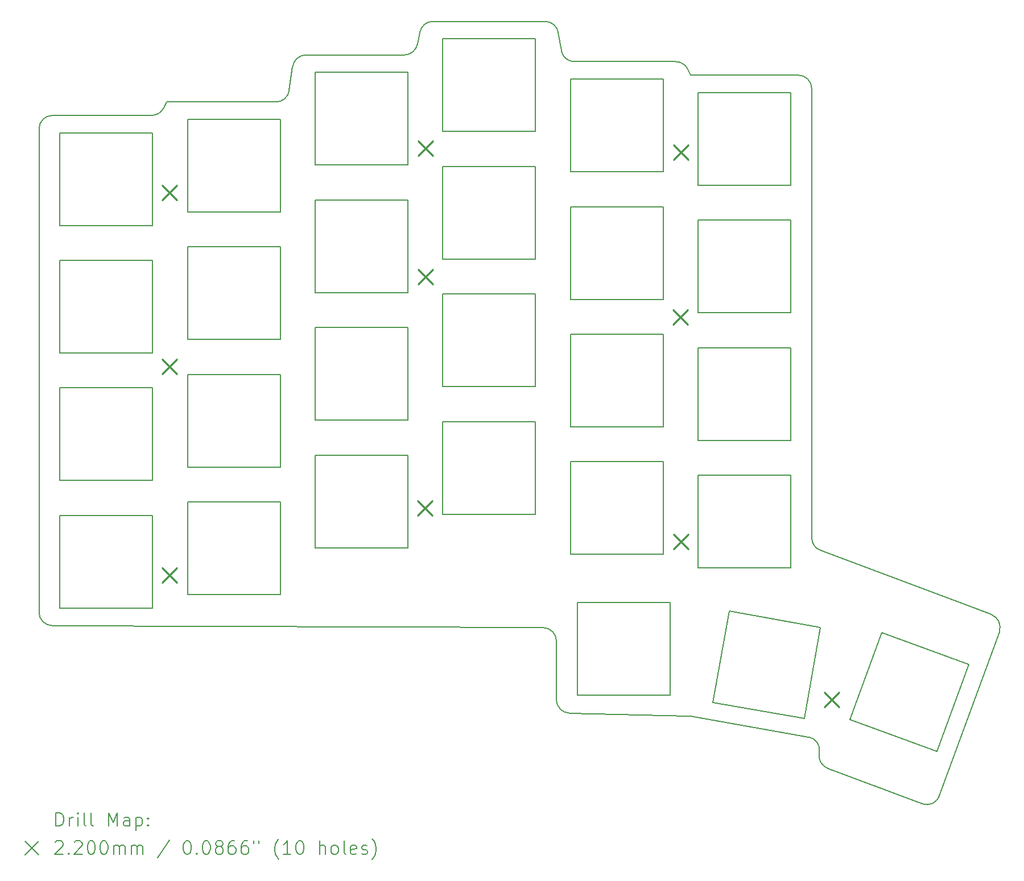
<source format=gbr>
%TF.GenerationSoftware,KiCad,Pcbnew,8.0.5-8.0.5-0~ubuntu20.04.1*%
%TF.CreationDate,2024-10-07T16:44:35+02:00*%
%TF.ProjectId,switchplate,73776974-6368-4706-9c61-74652e6b6963,v1.0.0*%
%TF.SameCoordinates,Original*%
%TF.FileFunction,Drillmap*%
%TF.FilePolarity,Positive*%
%FSLAX45Y45*%
G04 Gerber Fmt 4.5, Leading zero omitted, Abs format (unit mm)*
G04 Created by KiCad (PCBNEW 8.0.5-8.0.5-0~ubuntu20.04.1) date 2024-10-07 16:44:35*
%MOMM*%
%LPD*%
G01*
G04 APERTURE LIST*
%ADD10C,0.150000*%
%ADD11C,0.200000*%
%ADD12C,0.220000*%
G04 APERTURE END LIST*
D10*
X22402128Y-18485637D02*
X23291410Y-16042355D01*
X22143819Y-18604444D02*
X20738725Y-18076286D01*
X20612134Y-17854345D02*
X20614558Y-17840598D01*
X20452326Y-17608907D02*
X18694584Y-17298970D01*
X18664534Y-17295986D02*
X16895320Y-17254572D01*
X16700000Y-17054627D02*
X16700000Y-16180196D01*
X16500805Y-15980198D02*
X9199195Y-15950802D01*
X9000000Y-15750804D02*
X9000000Y-8550000D01*
X9200000Y-8350000D02*
X10676393Y-8350000D01*
X10855279Y-8239443D02*
X10900000Y-8150000D01*
X10900000Y-8150000D02*
X12526541Y-8150000D01*
X12724531Y-7978284D02*
X12775469Y-7621716D01*
X12973459Y-7450000D02*
X14436039Y-7450000D01*
X14632155Y-7289223D02*
X14667845Y-7110777D01*
X14863961Y-6950000D02*
X16530575Y-6950000D01*
X16727853Y-7117120D02*
X16772147Y-7382880D01*
X16969425Y-7550000D02*
X18476393Y-7550000D01*
X18655279Y-7660557D02*
X18700000Y-7750000D01*
X18700000Y-7750000D02*
X20300000Y-7750000D01*
X20500000Y-7950000D02*
X20500000Y-14641596D01*
X20629527Y-14828769D02*
X23173944Y-15786779D01*
X22402128Y-18485637D02*
G75*
G02*
X22143819Y-18604444I-187939J68404D01*
G01*
X20738725Y-18076286D02*
G75*
G02*
X20612134Y-17854345I70371J187211D01*
G01*
X20452326Y-17608907D02*
G75*
G02*
X20614558Y-17840598I-34730J-196962D01*
G01*
X18664534Y-17295986D02*
G75*
G02*
X18694584Y-17298970I-4680J-199945D01*
G01*
X16895320Y-17254572D02*
G75*
G02*
X16700000Y-17054627I4680J199945D01*
G01*
X16500805Y-15980198D02*
G75*
G02*
X16700000Y-16180196I-805J-199998D01*
G01*
X9199195Y-15950802D02*
G75*
G02*
X9000000Y-15750804I805J199998D01*
G01*
X9000000Y-8550000D02*
G75*
G02*
X9200000Y-8350000I200000J0D01*
G01*
X10855279Y-8239443D02*
G75*
G02*
X10676393Y-8350000I-178885J89443D01*
G01*
X12724531Y-7978284D02*
G75*
G02*
X12526541Y-8150000I-197990J28284D01*
G01*
X12775469Y-7621716D02*
G75*
G02*
X12973459Y-7450000I197990J-28284D01*
G01*
X14632155Y-7289223D02*
G75*
G02*
X14436039Y-7450000I-196116J39223D01*
G01*
X14667845Y-7110777D02*
G75*
G02*
X14863961Y-6950000I196116J-39223D01*
G01*
X16530575Y-6950000D02*
G75*
G02*
X16727853Y-7117120I0J-200000D01*
G01*
X16969425Y-7550000D02*
G75*
G02*
X16772147Y-7382880I0J200000D01*
G01*
X18476393Y-7550000D02*
G75*
G02*
X18655279Y-7660557I0J-200000D01*
G01*
X20300000Y-7750000D02*
G75*
G02*
X20500000Y-7950000I0J-200000D01*
G01*
X20629527Y-14828769D02*
G75*
G02*
X20500000Y-14641596I70473J187173D01*
G01*
X23173944Y-15786779D02*
G75*
G02*
X23291410Y-16042355I-70473J-187173D01*
G01*
X9310000Y-15690000D02*
X10690000Y-15690000D01*
X10690000Y-15690000D02*
X10690000Y-14310000D01*
X10690000Y-14310000D02*
X9310000Y-14310000D01*
X9310000Y-14310000D02*
X9310000Y-15690000D01*
X9310000Y-13790000D02*
X10690000Y-13790000D01*
X10690000Y-13790000D02*
X10690000Y-12410000D01*
X10690000Y-12410000D02*
X9310000Y-12410000D01*
X9310000Y-12410000D02*
X9310000Y-13790000D01*
X9310000Y-11890000D02*
X10690000Y-11890000D01*
X10690000Y-11890000D02*
X10690000Y-10510000D01*
X10690000Y-10510000D02*
X9310000Y-10510000D01*
X9310000Y-10510000D02*
X9310000Y-11890000D01*
X9310000Y-9990000D02*
X10690000Y-9990000D01*
X10690000Y-9990000D02*
X10690000Y-8610000D01*
X10690000Y-8610000D02*
X9310000Y-8610000D01*
X9310000Y-8610000D02*
X9310000Y-9990000D01*
X11210000Y-15490000D02*
X12590000Y-15490000D01*
X12590000Y-15490000D02*
X12590000Y-14110000D01*
X12590000Y-14110000D02*
X11210000Y-14110000D01*
X11210000Y-14110000D02*
X11210000Y-15490000D01*
X11210000Y-13590000D02*
X12590000Y-13590000D01*
X12590000Y-13590000D02*
X12590000Y-12210000D01*
X12590000Y-12210000D02*
X11210000Y-12210000D01*
X11210000Y-12210000D02*
X11210000Y-13590000D01*
X11210000Y-11690000D02*
X12590000Y-11690000D01*
X12590000Y-11690000D02*
X12590000Y-10310000D01*
X12590000Y-10310000D02*
X11210000Y-10310000D01*
X11210000Y-10310000D02*
X11210000Y-11690000D01*
X11210000Y-9790000D02*
X12590000Y-9790000D01*
X12590000Y-9790000D02*
X12590000Y-8410000D01*
X12590000Y-8410000D02*
X11210000Y-8410000D01*
X11210000Y-8410000D02*
X11210000Y-9790000D01*
X13110000Y-14790000D02*
X14490000Y-14790000D01*
X14490000Y-14790000D02*
X14490000Y-13410000D01*
X14490000Y-13410000D02*
X13110000Y-13410000D01*
X13110000Y-13410000D02*
X13110000Y-14790000D01*
X13110000Y-12890000D02*
X14490000Y-12890000D01*
X14490000Y-12890000D02*
X14490000Y-11510000D01*
X14490000Y-11510000D02*
X13110000Y-11510000D01*
X13110000Y-11510000D02*
X13110000Y-12890000D01*
X13110000Y-10990000D02*
X14490000Y-10990000D01*
X14490000Y-10990000D02*
X14490000Y-9610000D01*
X14490000Y-9610000D02*
X13110000Y-9610000D01*
X13110000Y-9610000D02*
X13110000Y-10990000D01*
X13110000Y-9090000D02*
X14490000Y-9090000D01*
X14490000Y-9090000D02*
X14490000Y-7710000D01*
X14490000Y-7710000D02*
X13110000Y-7710000D01*
X13110000Y-7710000D02*
X13110000Y-9090000D01*
X15010000Y-14290000D02*
X16390000Y-14290000D01*
X16390000Y-14290000D02*
X16390000Y-12910000D01*
X16390000Y-12910000D02*
X15010000Y-12910000D01*
X15010000Y-12910000D02*
X15010000Y-14290000D01*
X15010000Y-12390000D02*
X16390000Y-12390000D01*
X16390000Y-12390000D02*
X16390000Y-11010000D01*
X16390000Y-11010000D02*
X15010000Y-11010000D01*
X15010000Y-11010000D02*
X15010000Y-12390000D01*
X15010000Y-10490000D02*
X16390000Y-10490000D01*
X16390000Y-10490000D02*
X16390000Y-9110000D01*
X16390000Y-9110000D02*
X15010000Y-9110000D01*
X15010000Y-9110000D02*
X15010000Y-10490000D01*
X15010000Y-8590000D02*
X16390000Y-8590000D01*
X16390000Y-8590000D02*
X16390000Y-7210000D01*
X16390000Y-7210000D02*
X15010000Y-7210000D01*
X15010000Y-7210000D02*
X15010000Y-8590000D01*
X16910000Y-14890000D02*
X18290000Y-14890000D01*
X18290000Y-14890000D02*
X18290000Y-13510000D01*
X18290000Y-13510000D02*
X16910000Y-13510000D01*
X16910000Y-13510000D02*
X16910000Y-14890000D01*
X16910000Y-12990000D02*
X18290000Y-12990000D01*
X18290000Y-12990000D02*
X18290000Y-11610000D01*
X18290000Y-11610000D02*
X16910000Y-11610000D01*
X16910000Y-11610000D02*
X16910000Y-12990000D01*
X16910000Y-11090000D02*
X18290000Y-11090000D01*
X18290000Y-11090000D02*
X18290000Y-9710000D01*
X18290000Y-9710000D02*
X16910000Y-9710000D01*
X16910000Y-9710000D02*
X16910000Y-11090000D01*
X16910000Y-9190000D02*
X18290000Y-9190000D01*
X18290000Y-9190000D02*
X18290000Y-7810000D01*
X18290000Y-7810000D02*
X16910000Y-7810000D01*
X16910000Y-7810000D02*
X16910000Y-9190000D01*
X18810000Y-15090000D02*
X20190000Y-15090000D01*
X20190000Y-15090000D02*
X20190000Y-13710000D01*
X20190000Y-13710000D02*
X18810000Y-13710000D01*
X18810000Y-13710000D02*
X18810000Y-15090000D01*
X18810000Y-13190000D02*
X20190000Y-13190000D01*
X20190000Y-13190000D02*
X20190000Y-11810000D01*
X20190000Y-11810000D02*
X18810000Y-11810000D01*
X18810000Y-11810000D02*
X18810000Y-13190000D01*
X18810000Y-11290000D02*
X20190000Y-11290000D01*
X20190000Y-11290000D02*
X20190000Y-9910000D01*
X20190000Y-9910000D02*
X18810000Y-9910000D01*
X18810000Y-9910000D02*
X18810000Y-11290000D01*
X18810000Y-9390000D02*
X20190000Y-9390000D01*
X20190000Y-9390000D02*
X20190000Y-8010000D01*
X20190000Y-8010000D02*
X18810000Y-8010000D01*
X18810000Y-8010000D02*
X18810000Y-9390000D01*
X17010000Y-16990000D02*
X18390000Y-16990000D01*
X18390000Y-16990000D02*
X18390000Y-15610000D01*
X18390000Y-15610000D02*
X17010000Y-15610000D01*
X17010000Y-15610000D02*
X17010000Y-16990000D01*
X19030111Y-17094121D02*
X20389146Y-17333756D01*
X20389146Y-17333756D02*
X20628780Y-15974721D01*
X20628780Y-15974721D02*
X19269745Y-15735086D01*
X19269745Y-15735086D02*
X19030111Y-17094121D01*
X22365719Y-17825480D02*
X22837707Y-16528704D01*
X22837707Y-16528704D02*
X21540931Y-16056717D01*
X21540931Y-16056717D02*
X21068943Y-17353493D01*
X21068943Y-17353493D02*
X22365719Y-17825480D01*
D11*
D12*
X10835000Y-9390000D02*
X11055000Y-9610000D01*
X11055000Y-9390000D02*
X10835000Y-9610000D01*
X10835000Y-11982000D02*
X11055000Y-12202000D01*
X11055000Y-11982000D02*
X10835000Y-12202000D01*
X10835000Y-15090000D02*
X11055000Y-15310000D01*
X11055000Y-15090000D02*
X10835000Y-15310000D01*
X14635000Y-14090000D02*
X14855000Y-14310000D01*
X14855000Y-14090000D02*
X14635000Y-14310000D01*
X14645000Y-8735000D02*
X14865000Y-8955000D01*
X14865000Y-8735000D02*
X14645000Y-8955000D01*
X14645000Y-10645000D02*
X14865000Y-10865000D01*
X14865000Y-10645000D02*
X14645000Y-10865000D01*
X18435000Y-11245000D02*
X18655000Y-11465000D01*
X18655000Y-11245000D02*
X18435000Y-11465000D01*
X18445000Y-8790000D02*
X18665000Y-9010000D01*
X18665000Y-8790000D02*
X18445000Y-9010000D01*
X18445000Y-14590000D02*
X18665000Y-14810000D01*
X18665000Y-14590000D02*
X18445000Y-14810000D01*
X20691276Y-16943876D02*
X20911276Y-17163876D01*
X20911276Y-16943876D02*
X20691276Y-17163876D01*
D11*
X9253277Y-18936217D02*
X9253277Y-18736217D01*
X9253277Y-18736217D02*
X9300896Y-18736217D01*
X9300896Y-18736217D02*
X9329467Y-18745741D01*
X9329467Y-18745741D02*
X9348515Y-18764789D01*
X9348515Y-18764789D02*
X9358039Y-18783836D01*
X9358039Y-18783836D02*
X9367563Y-18821931D01*
X9367563Y-18821931D02*
X9367563Y-18850503D01*
X9367563Y-18850503D02*
X9358039Y-18888598D01*
X9358039Y-18888598D02*
X9348515Y-18907646D01*
X9348515Y-18907646D02*
X9329467Y-18926693D01*
X9329467Y-18926693D02*
X9300896Y-18936217D01*
X9300896Y-18936217D02*
X9253277Y-18936217D01*
X9453277Y-18936217D02*
X9453277Y-18802884D01*
X9453277Y-18840979D02*
X9462801Y-18821931D01*
X9462801Y-18821931D02*
X9472324Y-18812408D01*
X9472324Y-18812408D02*
X9491372Y-18802884D01*
X9491372Y-18802884D02*
X9510420Y-18802884D01*
X9577086Y-18936217D02*
X9577086Y-18802884D01*
X9577086Y-18736217D02*
X9567563Y-18745741D01*
X9567563Y-18745741D02*
X9577086Y-18755265D01*
X9577086Y-18755265D02*
X9586610Y-18745741D01*
X9586610Y-18745741D02*
X9577086Y-18736217D01*
X9577086Y-18736217D02*
X9577086Y-18755265D01*
X9700896Y-18936217D02*
X9681848Y-18926693D01*
X9681848Y-18926693D02*
X9672324Y-18907646D01*
X9672324Y-18907646D02*
X9672324Y-18736217D01*
X9805658Y-18936217D02*
X9786610Y-18926693D01*
X9786610Y-18926693D02*
X9777086Y-18907646D01*
X9777086Y-18907646D02*
X9777086Y-18736217D01*
X10034229Y-18936217D02*
X10034229Y-18736217D01*
X10034229Y-18736217D02*
X10100896Y-18879074D01*
X10100896Y-18879074D02*
X10167563Y-18736217D01*
X10167563Y-18736217D02*
X10167563Y-18936217D01*
X10348515Y-18936217D02*
X10348515Y-18831455D01*
X10348515Y-18831455D02*
X10338991Y-18812408D01*
X10338991Y-18812408D02*
X10319944Y-18802884D01*
X10319944Y-18802884D02*
X10281848Y-18802884D01*
X10281848Y-18802884D02*
X10262801Y-18812408D01*
X10348515Y-18926693D02*
X10329467Y-18936217D01*
X10329467Y-18936217D02*
X10281848Y-18936217D01*
X10281848Y-18936217D02*
X10262801Y-18926693D01*
X10262801Y-18926693D02*
X10253277Y-18907646D01*
X10253277Y-18907646D02*
X10253277Y-18888598D01*
X10253277Y-18888598D02*
X10262801Y-18869550D01*
X10262801Y-18869550D02*
X10281848Y-18860027D01*
X10281848Y-18860027D02*
X10329467Y-18860027D01*
X10329467Y-18860027D02*
X10348515Y-18850503D01*
X10443753Y-18802884D02*
X10443753Y-19002884D01*
X10443753Y-18812408D02*
X10462801Y-18802884D01*
X10462801Y-18802884D02*
X10500896Y-18802884D01*
X10500896Y-18802884D02*
X10519944Y-18812408D01*
X10519944Y-18812408D02*
X10529467Y-18821931D01*
X10529467Y-18821931D02*
X10538991Y-18840979D01*
X10538991Y-18840979D02*
X10538991Y-18898122D01*
X10538991Y-18898122D02*
X10529467Y-18917169D01*
X10529467Y-18917169D02*
X10519944Y-18926693D01*
X10519944Y-18926693D02*
X10500896Y-18936217D01*
X10500896Y-18936217D02*
X10462801Y-18936217D01*
X10462801Y-18936217D02*
X10443753Y-18926693D01*
X10624705Y-18917169D02*
X10634229Y-18926693D01*
X10634229Y-18926693D02*
X10624705Y-18936217D01*
X10624705Y-18936217D02*
X10615182Y-18926693D01*
X10615182Y-18926693D02*
X10624705Y-18917169D01*
X10624705Y-18917169D02*
X10624705Y-18936217D01*
X10624705Y-18812408D02*
X10634229Y-18821931D01*
X10634229Y-18821931D02*
X10624705Y-18831455D01*
X10624705Y-18831455D02*
X10615182Y-18821931D01*
X10615182Y-18821931D02*
X10624705Y-18812408D01*
X10624705Y-18812408D02*
X10624705Y-18831455D01*
X8792500Y-19164733D02*
X8992500Y-19364733D01*
X8992500Y-19164733D02*
X8792500Y-19364733D01*
X9243753Y-19175265D02*
X9253277Y-19165741D01*
X9253277Y-19165741D02*
X9272324Y-19156217D01*
X9272324Y-19156217D02*
X9319944Y-19156217D01*
X9319944Y-19156217D02*
X9338991Y-19165741D01*
X9338991Y-19165741D02*
X9348515Y-19175265D01*
X9348515Y-19175265D02*
X9358039Y-19194312D01*
X9358039Y-19194312D02*
X9358039Y-19213360D01*
X9358039Y-19213360D02*
X9348515Y-19241931D01*
X9348515Y-19241931D02*
X9234229Y-19356217D01*
X9234229Y-19356217D02*
X9358039Y-19356217D01*
X9443753Y-19337169D02*
X9453277Y-19346693D01*
X9453277Y-19346693D02*
X9443753Y-19356217D01*
X9443753Y-19356217D02*
X9434229Y-19346693D01*
X9434229Y-19346693D02*
X9443753Y-19337169D01*
X9443753Y-19337169D02*
X9443753Y-19356217D01*
X9529467Y-19175265D02*
X9538991Y-19165741D01*
X9538991Y-19165741D02*
X9558039Y-19156217D01*
X9558039Y-19156217D02*
X9605658Y-19156217D01*
X9605658Y-19156217D02*
X9624705Y-19165741D01*
X9624705Y-19165741D02*
X9634229Y-19175265D01*
X9634229Y-19175265D02*
X9643753Y-19194312D01*
X9643753Y-19194312D02*
X9643753Y-19213360D01*
X9643753Y-19213360D02*
X9634229Y-19241931D01*
X9634229Y-19241931D02*
X9519944Y-19356217D01*
X9519944Y-19356217D02*
X9643753Y-19356217D01*
X9767563Y-19156217D02*
X9786610Y-19156217D01*
X9786610Y-19156217D02*
X9805658Y-19165741D01*
X9805658Y-19165741D02*
X9815182Y-19175265D01*
X9815182Y-19175265D02*
X9824705Y-19194312D01*
X9824705Y-19194312D02*
X9834229Y-19232408D01*
X9834229Y-19232408D02*
X9834229Y-19280027D01*
X9834229Y-19280027D02*
X9824705Y-19318122D01*
X9824705Y-19318122D02*
X9815182Y-19337169D01*
X9815182Y-19337169D02*
X9805658Y-19346693D01*
X9805658Y-19346693D02*
X9786610Y-19356217D01*
X9786610Y-19356217D02*
X9767563Y-19356217D01*
X9767563Y-19356217D02*
X9748515Y-19346693D01*
X9748515Y-19346693D02*
X9738991Y-19337169D01*
X9738991Y-19337169D02*
X9729467Y-19318122D01*
X9729467Y-19318122D02*
X9719944Y-19280027D01*
X9719944Y-19280027D02*
X9719944Y-19232408D01*
X9719944Y-19232408D02*
X9729467Y-19194312D01*
X9729467Y-19194312D02*
X9738991Y-19175265D01*
X9738991Y-19175265D02*
X9748515Y-19165741D01*
X9748515Y-19165741D02*
X9767563Y-19156217D01*
X9958039Y-19156217D02*
X9977086Y-19156217D01*
X9977086Y-19156217D02*
X9996134Y-19165741D01*
X9996134Y-19165741D02*
X10005658Y-19175265D01*
X10005658Y-19175265D02*
X10015182Y-19194312D01*
X10015182Y-19194312D02*
X10024705Y-19232408D01*
X10024705Y-19232408D02*
X10024705Y-19280027D01*
X10024705Y-19280027D02*
X10015182Y-19318122D01*
X10015182Y-19318122D02*
X10005658Y-19337169D01*
X10005658Y-19337169D02*
X9996134Y-19346693D01*
X9996134Y-19346693D02*
X9977086Y-19356217D01*
X9977086Y-19356217D02*
X9958039Y-19356217D01*
X9958039Y-19356217D02*
X9938991Y-19346693D01*
X9938991Y-19346693D02*
X9929467Y-19337169D01*
X9929467Y-19337169D02*
X9919944Y-19318122D01*
X9919944Y-19318122D02*
X9910420Y-19280027D01*
X9910420Y-19280027D02*
X9910420Y-19232408D01*
X9910420Y-19232408D02*
X9919944Y-19194312D01*
X9919944Y-19194312D02*
X9929467Y-19175265D01*
X9929467Y-19175265D02*
X9938991Y-19165741D01*
X9938991Y-19165741D02*
X9958039Y-19156217D01*
X10110420Y-19356217D02*
X10110420Y-19222884D01*
X10110420Y-19241931D02*
X10119944Y-19232408D01*
X10119944Y-19232408D02*
X10138991Y-19222884D01*
X10138991Y-19222884D02*
X10167563Y-19222884D01*
X10167563Y-19222884D02*
X10186610Y-19232408D01*
X10186610Y-19232408D02*
X10196134Y-19251455D01*
X10196134Y-19251455D02*
X10196134Y-19356217D01*
X10196134Y-19251455D02*
X10205658Y-19232408D01*
X10205658Y-19232408D02*
X10224705Y-19222884D01*
X10224705Y-19222884D02*
X10253277Y-19222884D01*
X10253277Y-19222884D02*
X10272325Y-19232408D01*
X10272325Y-19232408D02*
X10281848Y-19251455D01*
X10281848Y-19251455D02*
X10281848Y-19356217D01*
X10377086Y-19356217D02*
X10377086Y-19222884D01*
X10377086Y-19241931D02*
X10386610Y-19232408D01*
X10386610Y-19232408D02*
X10405658Y-19222884D01*
X10405658Y-19222884D02*
X10434229Y-19222884D01*
X10434229Y-19222884D02*
X10453277Y-19232408D01*
X10453277Y-19232408D02*
X10462801Y-19251455D01*
X10462801Y-19251455D02*
X10462801Y-19356217D01*
X10462801Y-19251455D02*
X10472325Y-19232408D01*
X10472325Y-19232408D02*
X10491372Y-19222884D01*
X10491372Y-19222884D02*
X10519944Y-19222884D01*
X10519944Y-19222884D02*
X10538991Y-19232408D01*
X10538991Y-19232408D02*
X10548515Y-19251455D01*
X10548515Y-19251455D02*
X10548515Y-19356217D01*
X10938991Y-19146693D02*
X10767563Y-19403836D01*
X11196134Y-19156217D02*
X11215182Y-19156217D01*
X11215182Y-19156217D02*
X11234229Y-19165741D01*
X11234229Y-19165741D02*
X11243753Y-19175265D01*
X11243753Y-19175265D02*
X11253277Y-19194312D01*
X11253277Y-19194312D02*
X11262801Y-19232408D01*
X11262801Y-19232408D02*
X11262801Y-19280027D01*
X11262801Y-19280027D02*
X11253277Y-19318122D01*
X11253277Y-19318122D02*
X11243753Y-19337169D01*
X11243753Y-19337169D02*
X11234229Y-19346693D01*
X11234229Y-19346693D02*
X11215182Y-19356217D01*
X11215182Y-19356217D02*
X11196134Y-19356217D01*
X11196134Y-19356217D02*
X11177087Y-19346693D01*
X11177087Y-19346693D02*
X11167563Y-19337169D01*
X11167563Y-19337169D02*
X11158039Y-19318122D01*
X11158039Y-19318122D02*
X11148515Y-19280027D01*
X11148515Y-19280027D02*
X11148515Y-19232408D01*
X11148515Y-19232408D02*
X11158039Y-19194312D01*
X11158039Y-19194312D02*
X11167563Y-19175265D01*
X11167563Y-19175265D02*
X11177087Y-19165741D01*
X11177087Y-19165741D02*
X11196134Y-19156217D01*
X11348515Y-19337169D02*
X11358039Y-19346693D01*
X11358039Y-19346693D02*
X11348515Y-19356217D01*
X11348515Y-19356217D02*
X11338991Y-19346693D01*
X11338991Y-19346693D02*
X11348515Y-19337169D01*
X11348515Y-19337169D02*
X11348515Y-19356217D01*
X11481848Y-19156217D02*
X11500896Y-19156217D01*
X11500896Y-19156217D02*
X11519944Y-19165741D01*
X11519944Y-19165741D02*
X11529467Y-19175265D01*
X11529467Y-19175265D02*
X11538991Y-19194312D01*
X11538991Y-19194312D02*
X11548515Y-19232408D01*
X11548515Y-19232408D02*
X11548515Y-19280027D01*
X11548515Y-19280027D02*
X11538991Y-19318122D01*
X11538991Y-19318122D02*
X11529467Y-19337169D01*
X11529467Y-19337169D02*
X11519944Y-19346693D01*
X11519944Y-19346693D02*
X11500896Y-19356217D01*
X11500896Y-19356217D02*
X11481848Y-19356217D01*
X11481848Y-19356217D02*
X11462801Y-19346693D01*
X11462801Y-19346693D02*
X11453277Y-19337169D01*
X11453277Y-19337169D02*
X11443753Y-19318122D01*
X11443753Y-19318122D02*
X11434229Y-19280027D01*
X11434229Y-19280027D02*
X11434229Y-19232408D01*
X11434229Y-19232408D02*
X11443753Y-19194312D01*
X11443753Y-19194312D02*
X11453277Y-19175265D01*
X11453277Y-19175265D02*
X11462801Y-19165741D01*
X11462801Y-19165741D02*
X11481848Y-19156217D01*
X11662801Y-19241931D02*
X11643753Y-19232408D01*
X11643753Y-19232408D02*
X11634229Y-19222884D01*
X11634229Y-19222884D02*
X11624706Y-19203836D01*
X11624706Y-19203836D02*
X11624706Y-19194312D01*
X11624706Y-19194312D02*
X11634229Y-19175265D01*
X11634229Y-19175265D02*
X11643753Y-19165741D01*
X11643753Y-19165741D02*
X11662801Y-19156217D01*
X11662801Y-19156217D02*
X11700896Y-19156217D01*
X11700896Y-19156217D02*
X11719944Y-19165741D01*
X11719944Y-19165741D02*
X11729467Y-19175265D01*
X11729467Y-19175265D02*
X11738991Y-19194312D01*
X11738991Y-19194312D02*
X11738991Y-19203836D01*
X11738991Y-19203836D02*
X11729467Y-19222884D01*
X11729467Y-19222884D02*
X11719944Y-19232408D01*
X11719944Y-19232408D02*
X11700896Y-19241931D01*
X11700896Y-19241931D02*
X11662801Y-19241931D01*
X11662801Y-19241931D02*
X11643753Y-19251455D01*
X11643753Y-19251455D02*
X11634229Y-19260979D01*
X11634229Y-19260979D02*
X11624706Y-19280027D01*
X11624706Y-19280027D02*
X11624706Y-19318122D01*
X11624706Y-19318122D02*
X11634229Y-19337169D01*
X11634229Y-19337169D02*
X11643753Y-19346693D01*
X11643753Y-19346693D02*
X11662801Y-19356217D01*
X11662801Y-19356217D02*
X11700896Y-19356217D01*
X11700896Y-19356217D02*
X11719944Y-19346693D01*
X11719944Y-19346693D02*
X11729467Y-19337169D01*
X11729467Y-19337169D02*
X11738991Y-19318122D01*
X11738991Y-19318122D02*
X11738991Y-19280027D01*
X11738991Y-19280027D02*
X11729467Y-19260979D01*
X11729467Y-19260979D02*
X11719944Y-19251455D01*
X11719944Y-19251455D02*
X11700896Y-19241931D01*
X11910420Y-19156217D02*
X11872325Y-19156217D01*
X11872325Y-19156217D02*
X11853277Y-19165741D01*
X11853277Y-19165741D02*
X11843753Y-19175265D01*
X11843753Y-19175265D02*
X11824706Y-19203836D01*
X11824706Y-19203836D02*
X11815182Y-19241931D01*
X11815182Y-19241931D02*
X11815182Y-19318122D01*
X11815182Y-19318122D02*
X11824706Y-19337169D01*
X11824706Y-19337169D02*
X11834229Y-19346693D01*
X11834229Y-19346693D02*
X11853277Y-19356217D01*
X11853277Y-19356217D02*
X11891372Y-19356217D01*
X11891372Y-19356217D02*
X11910420Y-19346693D01*
X11910420Y-19346693D02*
X11919944Y-19337169D01*
X11919944Y-19337169D02*
X11929467Y-19318122D01*
X11929467Y-19318122D02*
X11929467Y-19270503D01*
X11929467Y-19270503D02*
X11919944Y-19251455D01*
X11919944Y-19251455D02*
X11910420Y-19241931D01*
X11910420Y-19241931D02*
X11891372Y-19232408D01*
X11891372Y-19232408D02*
X11853277Y-19232408D01*
X11853277Y-19232408D02*
X11834229Y-19241931D01*
X11834229Y-19241931D02*
X11824706Y-19251455D01*
X11824706Y-19251455D02*
X11815182Y-19270503D01*
X12100896Y-19156217D02*
X12062801Y-19156217D01*
X12062801Y-19156217D02*
X12043753Y-19165741D01*
X12043753Y-19165741D02*
X12034229Y-19175265D01*
X12034229Y-19175265D02*
X12015182Y-19203836D01*
X12015182Y-19203836D02*
X12005658Y-19241931D01*
X12005658Y-19241931D02*
X12005658Y-19318122D01*
X12005658Y-19318122D02*
X12015182Y-19337169D01*
X12015182Y-19337169D02*
X12024706Y-19346693D01*
X12024706Y-19346693D02*
X12043753Y-19356217D01*
X12043753Y-19356217D02*
X12081848Y-19356217D01*
X12081848Y-19356217D02*
X12100896Y-19346693D01*
X12100896Y-19346693D02*
X12110420Y-19337169D01*
X12110420Y-19337169D02*
X12119944Y-19318122D01*
X12119944Y-19318122D02*
X12119944Y-19270503D01*
X12119944Y-19270503D02*
X12110420Y-19251455D01*
X12110420Y-19251455D02*
X12100896Y-19241931D01*
X12100896Y-19241931D02*
X12081848Y-19232408D01*
X12081848Y-19232408D02*
X12043753Y-19232408D01*
X12043753Y-19232408D02*
X12024706Y-19241931D01*
X12024706Y-19241931D02*
X12015182Y-19251455D01*
X12015182Y-19251455D02*
X12005658Y-19270503D01*
X12196134Y-19156217D02*
X12196134Y-19194312D01*
X12272325Y-19156217D02*
X12272325Y-19194312D01*
X12567563Y-19432408D02*
X12558039Y-19422884D01*
X12558039Y-19422884D02*
X12538991Y-19394312D01*
X12538991Y-19394312D02*
X12529468Y-19375265D01*
X12529468Y-19375265D02*
X12519944Y-19346693D01*
X12519944Y-19346693D02*
X12510420Y-19299074D01*
X12510420Y-19299074D02*
X12510420Y-19260979D01*
X12510420Y-19260979D02*
X12519944Y-19213360D01*
X12519944Y-19213360D02*
X12529468Y-19184789D01*
X12529468Y-19184789D02*
X12538991Y-19165741D01*
X12538991Y-19165741D02*
X12558039Y-19137169D01*
X12558039Y-19137169D02*
X12567563Y-19127646D01*
X12748515Y-19356217D02*
X12634229Y-19356217D01*
X12691372Y-19356217D02*
X12691372Y-19156217D01*
X12691372Y-19156217D02*
X12672325Y-19184789D01*
X12672325Y-19184789D02*
X12653277Y-19203836D01*
X12653277Y-19203836D02*
X12634229Y-19213360D01*
X12872325Y-19156217D02*
X12891372Y-19156217D01*
X12891372Y-19156217D02*
X12910420Y-19165741D01*
X12910420Y-19165741D02*
X12919944Y-19175265D01*
X12919944Y-19175265D02*
X12929468Y-19194312D01*
X12929468Y-19194312D02*
X12938991Y-19232408D01*
X12938991Y-19232408D02*
X12938991Y-19280027D01*
X12938991Y-19280027D02*
X12929468Y-19318122D01*
X12929468Y-19318122D02*
X12919944Y-19337169D01*
X12919944Y-19337169D02*
X12910420Y-19346693D01*
X12910420Y-19346693D02*
X12891372Y-19356217D01*
X12891372Y-19356217D02*
X12872325Y-19356217D01*
X12872325Y-19356217D02*
X12853277Y-19346693D01*
X12853277Y-19346693D02*
X12843753Y-19337169D01*
X12843753Y-19337169D02*
X12834229Y-19318122D01*
X12834229Y-19318122D02*
X12824706Y-19280027D01*
X12824706Y-19280027D02*
X12824706Y-19232408D01*
X12824706Y-19232408D02*
X12834229Y-19194312D01*
X12834229Y-19194312D02*
X12843753Y-19175265D01*
X12843753Y-19175265D02*
X12853277Y-19165741D01*
X12853277Y-19165741D02*
X12872325Y-19156217D01*
X13177087Y-19356217D02*
X13177087Y-19156217D01*
X13262801Y-19356217D02*
X13262801Y-19251455D01*
X13262801Y-19251455D02*
X13253277Y-19232408D01*
X13253277Y-19232408D02*
X13234230Y-19222884D01*
X13234230Y-19222884D02*
X13205658Y-19222884D01*
X13205658Y-19222884D02*
X13186610Y-19232408D01*
X13186610Y-19232408D02*
X13177087Y-19241931D01*
X13386610Y-19356217D02*
X13367563Y-19346693D01*
X13367563Y-19346693D02*
X13358039Y-19337169D01*
X13358039Y-19337169D02*
X13348515Y-19318122D01*
X13348515Y-19318122D02*
X13348515Y-19260979D01*
X13348515Y-19260979D02*
X13358039Y-19241931D01*
X13358039Y-19241931D02*
X13367563Y-19232408D01*
X13367563Y-19232408D02*
X13386610Y-19222884D01*
X13386610Y-19222884D02*
X13415182Y-19222884D01*
X13415182Y-19222884D02*
X13434230Y-19232408D01*
X13434230Y-19232408D02*
X13443753Y-19241931D01*
X13443753Y-19241931D02*
X13453277Y-19260979D01*
X13453277Y-19260979D02*
X13453277Y-19318122D01*
X13453277Y-19318122D02*
X13443753Y-19337169D01*
X13443753Y-19337169D02*
X13434230Y-19346693D01*
X13434230Y-19346693D02*
X13415182Y-19356217D01*
X13415182Y-19356217D02*
X13386610Y-19356217D01*
X13567563Y-19356217D02*
X13548515Y-19346693D01*
X13548515Y-19346693D02*
X13538991Y-19327646D01*
X13538991Y-19327646D02*
X13538991Y-19156217D01*
X13719944Y-19346693D02*
X13700896Y-19356217D01*
X13700896Y-19356217D02*
X13662801Y-19356217D01*
X13662801Y-19356217D02*
X13643753Y-19346693D01*
X13643753Y-19346693D02*
X13634230Y-19327646D01*
X13634230Y-19327646D02*
X13634230Y-19251455D01*
X13634230Y-19251455D02*
X13643753Y-19232408D01*
X13643753Y-19232408D02*
X13662801Y-19222884D01*
X13662801Y-19222884D02*
X13700896Y-19222884D01*
X13700896Y-19222884D02*
X13719944Y-19232408D01*
X13719944Y-19232408D02*
X13729468Y-19251455D01*
X13729468Y-19251455D02*
X13729468Y-19270503D01*
X13729468Y-19270503D02*
X13634230Y-19289550D01*
X13805658Y-19346693D02*
X13824706Y-19356217D01*
X13824706Y-19356217D02*
X13862801Y-19356217D01*
X13862801Y-19356217D02*
X13881849Y-19346693D01*
X13881849Y-19346693D02*
X13891372Y-19327646D01*
X13891372Y-19327646D02*
X13891372Y-19318122D01*
X13891372Y-19318122D02*
X13881849Y-19299074D01*
X13881849Y-19299074D02*
X13862801Y-19289550D01*
X13862801Y-19289550D02*
X13834230Y-19289550D01*
X13834230Y-19289550D02*
X13815182Y-19280027D01*
X13815182Y-19280027D02*
X13805658Y-19260979D01*
X13805658Y-19260979D02*
X13805658Y-19251455D01*
X13805658Y-19251455D02*
X13815182Y-19232408D01*
X13815182Y-19232408D02*
X13834230Y-19222884D01*
X13834230Y-19222884D02*
X13862801Y-19222884D01*
X13862801Y-19222884D02*
X13881849Y-19232408D01*
X13958039Y-19432408D02*
X13967563Y-19422884D01*
X13967563Y-19422884D02*
X13986611Y-19394312D01*
X13986611Y-19394312D02*
X13996134Y-19375265D01*
X13996134Y-19375265D02*
X14005658Y-19346693D01*
X14005658Y-19346693D02*
X14015182Y-19299074D01*
X14015182Y-19299074D02*
X14015182Y-19260979D01*
X14015182Y-19260979D02*
X14005658Y-19213360D01*
X14005658Y-19213360D02*
X13996134Y-19184789D01*
X13996134Y-19184789D02*
X13986611Y-19165741D01*
X13986611Y-19165741D02*
X13967563Y-19137169D01*
X13967563Y-19137169D02*
X13958039Y-19127646D01*
M02*

</source>
